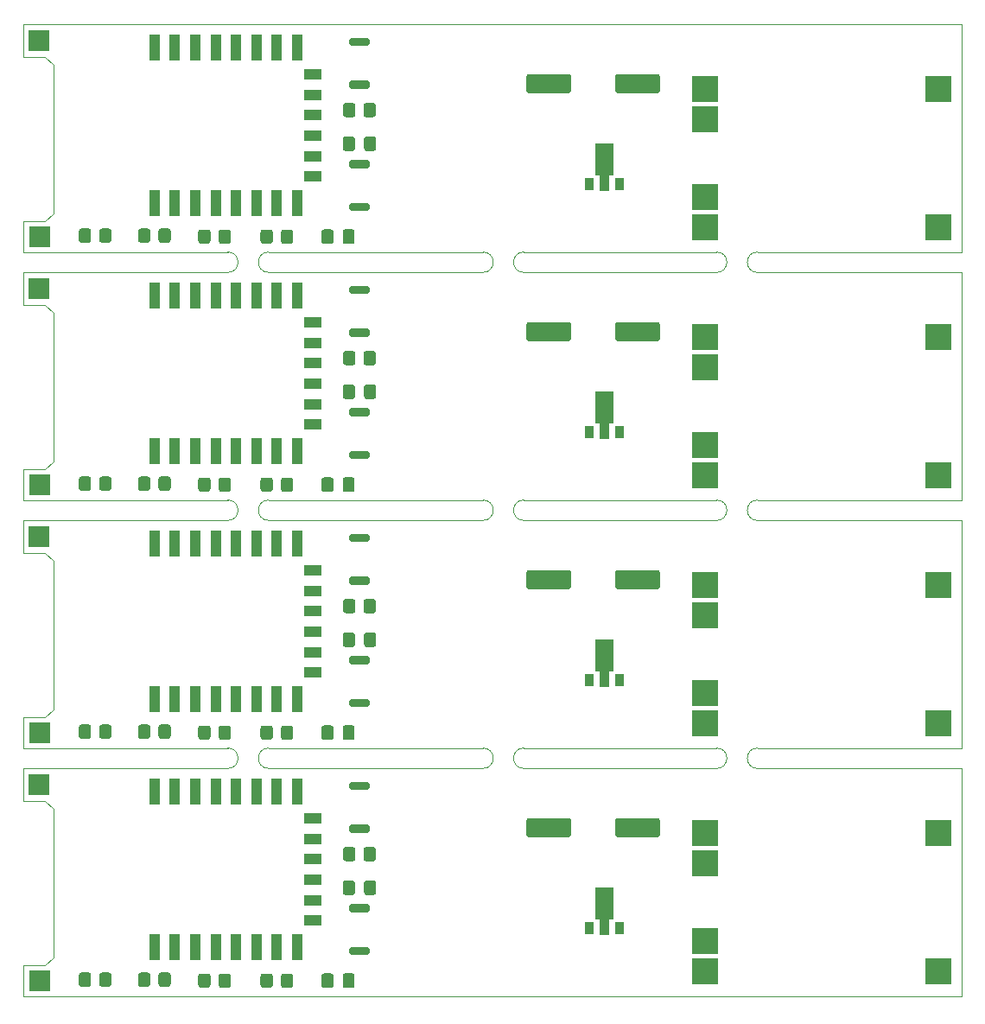
<source format=gbr>
%TF.GenerationSoftware,KiCad,Pcbnew,5.1.12-84ad8e8a86~92~ubuntu18.04.1*%
%TF.CreationDate,2021-11-12T09:30:33+01:00*%
%TF.ProjectId,window-sensor,77696e64-6f77-42d7-9365-6e736f722e6b,rev?*%
%TF.SameCoordinates,PX5dd7700PY8ec3da0*%
%TF.FileFunction,Paste,Top*%
%TF.FilePolarity,Positive*%
%FSLAX46Y46*%
G04 Gerber Fmt 4.6, Leading zero omitted, Abs format (unit mm)*
G04 Created by KiCad (PCBNEW 5.1.12-84ad8e8a86~92~ubuntu18.04.1) date 2021-11-12 09:30:33*
%MOMM*%
%LPD*%
G01*
G04 APERTURE LIST*
%TA.AperFunction,Profile*%
%ADD10C,0.050000*%
%TD*%
%ADD11R,1.000000X2.500000*%
%ADD12R,1.800000X1.000000*%
%ADD13R,2.000000X2.000000*%
%ADD14R,0.900000X1.300000*%
%ADD15C,0.100000*%
%ADD16R,2.540000X2.540000*%
G04 APERTURE END LIST*
D10*
X74900000Y1800000D02*
X78900000Y1800000D01*
X52000000Y1800000D02*
X56000000Y1800000D01*
X27000000Y1800000D02*
X31000000Y1800000D01*
X74900000Y97000000D02*
X78900000Y97000000D01*
X52000000Y97000000D02*
X56000000Y97000000D01*
X27000000Y97000000D02*
X31000000Y97000000D01*
X9100000Y20900000D02*
X9900000Y20100000D01*
X9100000Y45200000D02*
X9900000Y44400000D01*
X9100000Y69500000D02*
X9900000Y68700000D01*
X27000000Y26100000D02*
G75*
G02*
X27000000Y24100000I0J-1000000D01*
G01*
X27000000Y50400000D02*
G75*
G02*
X27000000Y48400000I0J-1000000D01*
G01*
X52000000Y26100000D02*
G75*
G02*
X52000000Y24100000I0J-1000000D01*
G01*
X52000000Y50400000D02*
G75*
G02*
X52000000Y48400000I0J-1000000D01*
G01*
X78900000Y24100000D02*
G75*
G02*
X78900000Y26100000I0J1000000D01*
G01*
X78900000Y48400000D02*
G75*
G02*
X78900000Y50400000I0J1000000D01*
G01*
X56000000Y1800000D02*
X74900000Y1800000D01*
X56000000Y26100000D02*
X74900000Y26100000D01*
X56000000Y50400000D02*
X74900000Y50400000D01*
X7000000Y4800000D02*
X7000000Y1800000D01*
X7000000Y29100000D02*
X7000000Y26100000D01*
X7000000Y53400000D02*
X7000000Y50400000D01*
X74900000Y26100000D02*
G75*
G02*
X74900000Y24100000I0J-1000000D01*
G01*
X74900000Y50400000D02*
G75*
G02*
X74900000Y48400000I0J-1000000D01*
G01*
X56000000Y24100000D02*
G75*
G02*
X56000000Y26100000I0J1000000D01*
G01*
X56000000Y48400000D02*
G75*
G02*
X56000000Y50400000I0J1000000D01*
G01*
X31000000Y1800000D02*
X52000000Y1800000D01*
X31000000Y26100000D02*
X52000000Y26100000D01*
X31000000Y50400000D02*
X52000000Y50400000D01*
X9100000Y4800000D02*
X9900000Y5600000D01*
X9100000Y29100000D02*
X9900000Y29900000D01*
X9100000Y53400000D02*
X9900000Y54200000D01*
X31000000Y24100000D02*
X52000000Y24100000D01*
X31000000Y48400000D02*
X52000000Y48400000D01*
X31000000Y72700000D02*
X52000000Y72700000D01*
X9900000Y20100000D02*
X9900000Y5600000D01*
X9900000Y44400000D02*
X9900000Y29900000D01*
X9900000Y68700000D02*
X9900000Y54200000D01*
X31000000Y24100000D02*
G75*
G02*
X31000000Y26100000I0J1000000D01*
G01*
X31000000Y48400000D02*
G75*
G02*
X31000000Y50400000I0J1000000D01*
G01*
X98900000Y24100000D02*
X78900000Y24100000D01*
X98900000Y48400000D02*
X78900000Y48400000D01*
X98900000Y72700000D02*
X78900000Y72700000D01*
X98900000Y1800000D02*
X98900000Y24100000D01*
X98900000Y26100000D02*
X98900000Y48400000D01*
X98900000Y50400000D02*
X98900000Y72700000D01*
X9100000Y4800000D02*
X7000000Y4800000D01*
X9100000Y29100000D02*
X7000000Y29100000D01*
X9100000Y53400000D02*
X7000000Y53400000D01*
X7000000Y20900000D02*
X7000000Y24100000D01*
X7000000Y45200000D02*
X7000000Y48400000D01*
X7000000Y69500000D02*
X7000000Y72700000D01*
X98900000Y1800000D02*
X78900000Y1800000D01*
X98900000Y26100000D02*
X78900000Y26100000D01*
X98900000Y50400000D02*
X78900000Y50400000D01*
X7000000Y24100000D02*
X27000000Y24100000D01*
X7000000Y48400000D02*
X27000000Y48400000D01*
X7000000Y72700000D02*
X27000000Y72700000D01*
X7000000Y20900000D02*
X9100000Y20900000D01*
X7000000Y45200000D02*
X9100000Y45200000D01*
X7000000Y69500000D02*
X9100000Y69500000D01*
X74900000Y24100000D02*
X56000000Y24100000D01*
X74900000Y48400000D02*
X56000000Y48400000D01*
X74900000Y72700000D02*
X56000000Y72700000D01*
X7000000Y1800000D02*
X27000000Y1800000D01*
X7000000Y26100000D02*
X27000000Y26100000D01*
X7000000Y50400000D02*
X27000000Y50400000D01*
X27000000Y74700000D02*
G75*
G02*
X27000000Y72700000I0J-1000000D01*
G01*
X31000000Y72700000D02*
G75*
G02*
X31000000Y74700000I0J1000000D01*
G01*
X52000000Y74700000D02*
G75*
G02*
X52000000Y72700000I0J-1000000D01*
G01*
X56000000Y72700000D02*
G75*
G02*
X56000000Y74700000I0J1000000D01*
G01*
X74900000Y74700000D02*
G75*
G02*
X74900000Y72700000I0J-1000000D01*
G01*
X78900000Y72700000D02*
G75*
G02*
X78900000Y74700000I0J1000000D01*
G01*
X98900000Y74700000D02*
X78900000Y74700000D01*
X56000000Y74700000D02*
X74900000Y74700000D01*
X31000000Y74700000D02*
X52000000Y74700000D01*
X7000000Y74700000D02*
X27000000Y74700000D01*
X74900000Y97000000D02*
X56000000Y97000000D01*
X31000000Y97000000D02*
X52000000Y97000000D01*
X98900000Y97000000D02*
X78900000Y97000000D01*
X7000000Y97000000D02*
X27000000Y97000000D01*
X98900000Y74700000D02*
X98900000Y97000000D01*
X7000000Y77700000D02*
X7000000Y74700000D01*
X7000000Y93800000D02*
X7000000Y97000000D01*
X9100000Y93800000D02*
X9900000Y93000000D01*
X9100000Y77700000D02*
X9900000Y78500000D01*
X9100000Y77700000D02*
X7000000Y77700000D01*
X9900000Y93000000D02*
X9900000Y78500000D01*
X7000000Y93800000D02*
X9100000Y93800000D01*
%TO.C,10k-4*%
G36*
G01*
X41500000Y16150001D02*
X41500000Y15249999D01*
G75*
G02*
X41250001Y15000000I-249999J0D01*
G01*
X40549999Y15000000D01*
G75*
G02*
X40300000Y15249999I0J249999D01*
G01*
X40300000Y16150001D01*
G75*
G02*
X40549999Y16400000I249999J0D01*
G01*
X41250001Y16400000D01*
G75*
G02*
X41500000Y16150001I0J-249999D01*
G01*
G37*
G36*
G01*
X39500000Y16150001D02*
X39500000Y15249999D01*
G75*
G02*
X39250001Y15000000I-249999J0D01*
G01*
X38549999Y15000000D01*
G75*
G02*
X38300000Y15249999I0J249999D01*
G01*
X38300000Y16150001D01*
G75*
G02*
X38549999Y16400000I249999J0D01*
G01*
X39250001Y16400000D01*
G75*
G02*
X39500000Y16150001I0J-249999D01*
G01*
G37*
%TD*%
%TO.C,10k-4*%
G36*
G01*
X41500000Y40450001D02*
X41500000Y39549999D01*
G75*
G02*
X41250001Y39300000I-249999J0D01*
G01*
X40549999Y39300000D01*
G75*
G02*
X40300000Y39549999I0J249999D01*
G01*
X40300000Y40450001D01*
G75*
G02*
X40549999Y40700000I249999J0D01*
G01*
X41250001Y40700000D01*
G75*
G02*
X41500000Y40450001I0J-249999D01*
G01*
G37*
G36*
G01*
X39500000Y40450001D02*
X39500000Y39549999D01*
G75*
G02*
X39250001Y39300000I-249999J0D01*
G01*
X38549999Y39300000D01*
G75*
G02*
X38300000Y39549999I0J249999D01*
G01*
X38300000Y40450001D01*
G75*
G02*
X38549999Y40700000I249999J0D01*
G01*
X39250001Y40700000D01*
G75*
G02*
X39500000Y40450001I0J-249999D01*
G01*
G37*
%TD*%
%TO.C,10k-4*%
G36*
G01*
X41500000Y64750001D02*
X41500000Y63849999D01*
G75*
G02*
X41250001Y63600000I-249999J0D01*
G01*
X40549999Y63600000D01*
G75*
G02*
X40300000Y63849999I0J249999D01*
G01*
X40300000Y64750001D01*
G75*
G02*
X40549999Y65000000I249999J0D01*
G01*
X41250001Y65000000D01*
G75*
G02*
X41500000Y64750001I0J-249999D01*
G01*
G37*
G36*
G01*
X39500000Y64750001D02*
X39500000Y63849999D01*
G75*
G02*
X39250001Y63600000I-249999J0D01*
G01*
X38549999Y63600000D01*
G75*
G02*
X38300000Y63849999I0J249999D01*
G01*
X38300000Y64750001D01*
G75*
G02*
X38549999Y65000000I249999J0D01*
G01*
X39250001Y65000000D01*
G75*
G02*
X39500000Y64750001I0J-249999D01*
G01*
G37*
%TD*%
%TO.C,100nF-1*%
G36*
G01*
X36175000Y2825000D02*
X36175000Y3775000D01*
G75*
G02*
X36425000Y4025000I250000J0D01*
G01*
X37100000Y4025000D01*
G75*
G02*
X37350000Y3775000I0J-250000D01*
G01*
X37350000Y2825000D01*
G75*
G02*
X37100000Y2575000I-250000J0D01*
G01*
X36425000Y2575000D01*
G75*
G02*
X36175000Y2825000I0J250000D01*
G01*
G37*
G36*
G01*
X38250000Y2825000D02*
X38250000Y3775000D01*
G75*
G02*
X38500000Y4025000I250000J0D01*
G01*
X39175000Y4025000D01*
G75*
G02*
X39425000Y3775000I0J-250000D01*
G01*
X39425000Y2825000D01*
G75*
G02*
X39175000Y2575000I-250000J0D01*
G01*
X38500000Y2575000D01*
G75*
G02*
X38250000Y2825000I0J250000D01*
G01*
G37*
%TD*%
%TO.C,100nF-1*%
G36*
G01*
X36175000Y27125000D02*
X36175000Y28075000D01*
G75*
G02*
X36425000Y28325000I250000J0D01*
G01*
X37100000Y28325000D01*
G75*
G02*
X37350000Y28075000I0J-250000D01*
G01*
X37350000Y27125000D01*
G75*
G02*
X37100000Y26875000I-250000J0D01*
G01*
X36425000Y26875000D01*
G75*
G02*
X36175000Y27125000I0J250000D01*
G01*
G37*
G36*
G01*
X38250000Y27125000D02*
X38250000Y28075000D01*
G75*
G02*
X38500000Y28325000I250000J0D01*
G01*
X39175000Y28325000D01*
G75*
G02*
X39425000Y28075000I0J-250000D01*
G01*
X39425000Y27125000D01*
G75*
G02*
X39175000Y26875000I-250000J0D01*
G01*
X38500000Y26875000D01*
G75*
G02*
X38250000Y27125000I0J250000D01*
G01*
G37*
%TD*%
%TO.C,100nF-1*%
G36*
G01*
X36175000Y51425000D02*
X36175000Y52375000D01*
G75*
G02*
X36425000Y52625000I250000J0D01*
G01*
X37100000Y52625000D01*
G75*
G02*
X37350000Y52375000I0J-250000D01*
G01*
X37350000Y51425000D01*
G75*
G02*
X37100000Y51175000I-250000J0D01*
G01*
X36425000Y51175000D01*
G75*
G02*
X36175000Y51425000I0J250000D01*
G01*
G37*
G36*
G01*
X38250000Y51425000D02*
X38250000Y52375000D01*
G75*
G02*
X38500000Y52625000I250000J0D01*
G01*
X39175000Y52625000D01*
G75*
G02*
X39425000Y52375000I0J-250000D01*
G01*
X39425000Y51425000D01*
G75*
G02*
X39175000Y51175000I-250000J0D01*
G01*
X38500000Y51175000D01*
G75*
G02*
X38250000Y51425000I0J250000D01*
G01*
G37*
%TD*%
%TO.C,10k-1*%
G36*
G01*
X26100000Y2849999D02*
X26100000Y3750001D01*
G75*
G02*
X26349999Y4000000I249999J0D01*
G01*
X27050001Y4000000D01*
G75*
G02*
X27300000Y3750001I0J-249999D01*
G01*
X27300000Y2849999D01*
G75*
G02*
X27050001Y2600000I-249999J0D01*
G01*
X26349999Y2600000D01*
G75*
G02*
X26100000Y2849999I0J249999D01*
G01*
G37*
G36*
G01*
X24100000Y2849999D02*
X24100000Y3750001D01*
G75*
G02*
X24349999Y4000000I249999J0D01*
G01*
X25050001Y4000000D01*
G75*
G02*
X25300000Y3750001I0J-249999D01*
G01*
X25300000Y2849999D01*
G75*
G02*
X25050001Y2600000I-249999J0D01*
G01*
X24349999Y2600000D01*
G75*
G02*
X24100000Y2849999I0J249999D01*
G01*
G37*
%TD*%
%TO.C,10k-1*%
G36*
G01*
X26100000Y27149999D02*
X26100000Y28050001D01*
G75*
G02*
X26349999Y28300000I249999J0D01*
G01*
X27050001Y28300000D01*
G75*
G02*
X27300000Y28050001I0J-249999D01*
G01*
X27300000Y27149999D01*
G75*
G02*
X27050001Y26900000I-249999J0D01*
G01*
X26349999Y26900000D01*
G75*
G02*
X26100000Y27149999I0J249999D01*
G01*
G37*
G36*
G01*
X24100000Y27149999D02*
X24100000Y28050001D01*
G75*
G02*
X24349999Y28300000I249999J0D01*
G01*
X25050001Y28300000D01*
G75*
G02*
X25300000Y28050001I0J-249999D01*
G01*
X25300000Y27149999D01*
G75*
G02*
X25050001Y26900000I-249999J0D01*
G01*
X24349999Y26900000D01*
G75*
G02*
X24100000Y27149999I0J249999D01*
G01*
G37*
%TD*%
%TO.C,10k-1*%
G36*
G01*
X26100000Y51449999D02*
X26100000Y52350001D01*
G75*
G02*
X26349999Y52600000I249999J0D01*
G01*
X27050001Y52600000D01*
G75*
G02*
X27300000Y52350001I0J-249999D01*
G01*
X27300000Y51449999D01*
G75*
G02*
X27050001Y51200000I-249999J0D01*
G01*
X26349999Y51200000D01*
G75*
G02*
X26100000Y51449999I0J249999D01*
G01*
G37*
G36*
G01*
X24100000Y51449999D02*
X24100000Y52350001D01*
G75*
G02*
X24349999Y52600000I249999J0D01*
G01*
X25050001Y52600000D01*
G75*
G02*
X25300000Y52350001I0J-249999D01*
G01*
X25300000Y51449999D01*
G75*
G02*
X25050001Y51200000I-249999J0D01*
G01*
X24349999Y51200000D01*
G75*
G02*
X24100000Y51449999I0J249999D01*
G01*
G37*
%TD*%
%TO.C,10k-2*%
G36*
G01*
X31400000Y3750001D02*
X31400000Y2849999D01*
G75*
G02*
X31150001Y2600000I-249999J0D01*
G01*
X30449999Y2600000D01*
G75*
G02*
X30200000Y2849999I0J249999D01*
G01*
X30200000Y3750001D01*
G75*
G02*
X30449999Y4000000I249999J0D01*
G01*
X31150001Y4000000D01*
G75*
G02*
X31400000Y3750001I0J-249999D01*
G01*
G37*
G36*
G01*
X33400000Y3750001D02*
X33400000Y2849999D01*
G75*
G02*
X33150001Y2600000I-249999J0D01*
G01*
X32449999Y2600000D01*
G75*
G02*
X32200000Y2849999I0J249999D01*
G01*
X32200000Y3750001D01*
G75*
G02*
X32449999Y4000000I249999J0D01*
G01*
X33150001Y4000000D01*
G75*
G02*
X33400000Y3750001I0J-249999D01*
G01*
G37*
%TD*%
%TO.C,10k-2*%
G36*
G01*
X31400000Y28050001D02*
X31400000Y27149999D01*
G75*
G02*
X31150001Y26900000I-249999J0D01*
G01*
X30449999Y26900000D01*
G75*
G02*
X30200000Y27149999I0J249999D01*
G01*
X30200000Y28050001D01*
G75*
G02*
X30449999Y28300000I249999J0D01*
G01*
X31150001Y28300000D01*
G75*
G02*
X31400000Y28050001I0J-249999D01*
G01*
G37*
G36*
G01*
X33400000Y28050001D02*
X33400000Y27149999D01*
G75*
G02*
X33150001Y26900000I-249999J0D01*
G01*
X32449999Y26900000D01*
G75*
G02*
X32200000Y27149999I0J249999D01*
G01*
X32200000Y28050001D01*
G75*
G02*
X32449999Y28300000I249999J0D01*
G01*
X33150001Y28300000D01*
G75*
G02*
X33400000Y28050001I0J-249999D01*
G01*
G37*
%TD*%
%TO.C,10k-2*%
G36*
G01*
X31400000Y52350001D02*
X31400000Y51449999D01*
G75*
G02*
X31150001Y51200000I-249999J0D01*
G01*
X30449999Y51200000D01*
G75*
G02*
X30200000Y51449999I0J249999D01*
G01*
X30200000Y52350001D01*
G75*
G02*
X30449999Y52600000I249999J0D01*
G01*
X31150001Y52600000D01*
G75*
G02*
X31400000Y52350001I0J-249999D01*
G01*
G37*
G36*
G01*
X33400000Y52350001D02*
X33400000Y51449999D01*
G75*
G02*
X33150001Y51200000I-249999J0D01*
G01*
X32449999Y51200000D01*
G75*
G02*
X32200000Y51449999I0J249999D01*
G01*
X32200000Y52350001D01*
G75*
G02*
X32449999Y52600000I249999J0D01*
G01*
X33150001Y52600000D01*
G75*
G02*
X33400000Y52350001I0J-249999D01*
G01*
G37*
%TD*%
D11*
%TO.C,ESP-12E1*%
X19800000Y6600000D03*
X21800000Y6600000D03*
X23800000Y6600000D03*
X25800000Y6600000D03*
X27800000Y6600000D03*
X29800000Y6600000D03*
X31800000Y6600000D03*
X33800000Y6600000D03*
D12*
X35300000Y9200000D03*
X35300000Y11200000D03*
X35300000Y13200000D03*
X35300000Y15200000D03*
X35300000Y17200000D03*
X35300000Y19200000D03*
D11*
X33800000Y21800000D03*
X31800000Y21800000D03*
X29800000Y21800000D03*
X27800000Y21800000D03*
X25800000Y21800000D03*
X23800000Y21800000D03*
X21800000Y21800000D03*
X19800000Y21800000D03*
%TD*%
%TO.C,ESP-12E1*%
X19800000Y30900000D03*
X21800000Y30900000D03*
X23800000Y30900000D03*
X25800000Y30900000D03*
X27800000Y30900000D03*
X29800000Y30900000D03*
X31800000Y30900000D03*
X33800000Y30900000D03*
D12*
X35300000Y33500000D03*
X35300000Y35500000D03*
X35300000Y37500000D03*
X35300000Y39500000D03*
X35300000Y41500000D03*
X35300000Y43500000D03*
D11*
X33800000Y46100000D03*
X31800000Y46100000D03*
X29800000Y46100000D03*
X27800000Y46100000D03*
X25800000Y46100000D03*
X23800000Y46100000D03*
X21800000Y46100000D03*
X19800000Y46100000D03*
%TD*%
%TO.C,ESP-12E1*%
X19800000Y55200000D03*
X21800000Y55200000D03*
X23800000Y55200000D03*
X25800000Y55200000D03*
X27800000Y55200000D03*
X29800000Y55200000D03*
X31800000Y55200000D03*
X33800000Y55200000D03*
D12*
X35300000Y57800000D03*
X35300000Y59800000D03*
X35300000Y61800000D03*
X35300000Y63800000D03*
X35300000Y65800000D03*
X35300000Y67800000D03*
D11*
X33800000Y70400000D03*
X31800000Y70400000D03*
X29800000Y70400000D03*
X27800000Y70400000D03*
X25800000Y70400000D03*
X23800000Y70400000D03*
X21800000Y70400000D03*
X19800000Y70400000D03*
%TD*%
%TO.C,10k-3*%
G36*
G01*
X21400000Y3850001D02*
X21400000Y2949999D01*
G75*
G02*
X21150001Y2700000I-249999J0D01*
G01*
X20449999Y2700000D01*
G75*
G02*
X20200000Y2949999I0J249999D01*
G01*
X20200000Y3850001D01*
G75*
G02*
X20449999Y4100000I249999J0D01*
G01*
X21150001Y4100000D01*
G75*
G02*
X21400000Y3850001I0J-249999D01*
G01*
G37*
G36*
G01*
X19400000Y3850001D02*
X19400000Y2949999D01*
G75*
G02*
X19150001Y2700000I-249999J0D01*
G01*
X18449999Y2700000D01*
G75*
G02*
X18200000Y2949999I0J249999D01*
G01*
X18200000Y3850001D01*
G75*
G02*
X18449999Y4100000I249999J0D01*
G01*
X19150001Y4100000D01*
G75*
G02*
X19400000Y3850001I0J-249999D01*
G01*
G37*
%TD*%
%TO.C,10k-3*%
G36*
G01*
X21400000Y28150001D02*
X21400000Y27249999D01*
G75*
G02*
X21150001Y27000000I-249999J0D01*
G01*
X20449999Y27000000D01*
G75*
G02*
X20200000Y27249999I0J249999D01*
G01*
X20200000Y28150001D01*
G75*
G02*
X20449999Y28400000I249999J0D01*
G01*
X21150001Y28400000D01*
G75*
G02*
X21400000Y28150001I0J-249999D01*
G01*
G37*
G36*
G01*
X19400000Y28150001D02*
X19400000Y27249999D01*
G75*
G02*
X19150001Y27000000I-249999J0D01*
G01*
X18449999Y27000000D01*
G75*
G02*
X18200000Y27249999I0J249999D01*
G01*
X18200000Y28150001D01*
G75*
G02*
X18449999Y28400000I249999J0D01*
G01*
X19150001Y28400000D01*
G75*
G02*
X19400000Y28150001I0J-249999D01*
G01*
G37*
%TD*%
%TO.C,10k-3*%
G36*
G01*
X21400000Y52450001D02*
X21400000Y51549999D01*
G75*
G02*
X21150001Y51300000I-249999J0D01*
G01*
X20449999Y51300000D01*
G75*
G02*
X20200000Y51549999I0J249999D01*
G01*
X20200000Y52450001D01*
G75*
G02*
X20449999Y52700000I249999J0D01*
G01*
X21150001Y52700000D01*
G75*
G02*
X21400000Y52450001I0J-249999D01*
G01*
G37*
G36*
G01*
X19400000Y52450001D02*
X19400000Y51549999D01*
G75*
G02*
X19150001Y51300000I-249999J0D01*
G01*
X18449999Y51300000D01*
G75*
G02*
X18200000Y51549999I0J249999D01*
G01*
X18200000Y52450001D01*
G75*
G02*
X18449999Y52700000I249999J0D01*
G01*
X19150001Y52700000D01*
G75*
G02*
X19400000Y52450001I0J-249999D01*
G01*
G37*
%TD*%
D13*
%TO.C,REED1*%
X8500000Y22520000D03*
X8600000Y3300000D03*
%TD*%
%TO.C,REED1*%
X8500000Y46820000D03*
X8600000Y27600000D03*
%TD*%
%TO.C,REED1*%
X8500000Y71120000D03*
X8600000Y51900000D03*
%TD*%
D14*
%TO.C,HT7333*%
X62400000Y8450000D03*
X65400000Y8450000D03*
D15*
G36*
X64766500Y12400000D02*
G01*
X64766500Y9275000D01*
X64350000Y9275000D01*
X64350000Y7800000D01*
X63450000Y7800000D01*
X63450000Y9275000D01*
X63033500Y9275000D01*
X63033500Y12400000D01*
X64766500Y12400000D01*
G37*
%TD*%
D14*
%TO.C,HT7333*%
X62400000Y32750000D03*
X65400000Y32750000D03*
D15*
G36*
X64766500Y36700000D02*
G01*
X64766500Y33575000D01*
X64350000Y33575000D01*
X64350000Y32100000D01*
X63450000Y32100000D01*
X63450000Y33575000D01*
X63033500Y33575000D01*
X63033500Y36700000D01*
X64766500Y36700000D01*
G37*
%TD*%
D14*
%TO.C,HT7333*%
X62400000Y57050000D03*
X65400000Y57050000D03*
D15*
G36*
X64766500Y61000000D02*
G01*
X64766500Y57875000D01*
X64350000Y57875000D01*
X64350000Y56400000D01*
X63450000Y56400000D01*
X63450000Y57875000D01*
X63033500Y57875000D01*
X63033500Y61000000D01*
X64766500Y61000000D01*
G37*
%TD*%
%TO.C,1M-1*%
G36*
G01*
X14400000Y2949999D02*
X14400000Y3850001D01*
G75*
G02*
X14649999Y4100000I249999J0D01*
G01*
X15350001Y4100000D01*
G75*
G02*
X15600000Y3850001I0J-249999D01*
G01*
X15600000Y2949999D01*
G75*
G02*
X15350001Y2700000I-249999J0D01*
G01*
X14649999Y2700000D01*
G75*
G02*
X14400000Y2949999I0J249999D01*
G01*
G37*
G36*
G01*
X12400000Y2949999D02*
X12400000Y3850001D01*
G75*
G02*
X12649999Y4100000I249999J0D01*
G01*
X13350001Y4100000D01*
G75*
G02*
X13600000Y3850001I0J-249999D01*
G01*
X13600000Y2949999D01*
G75*
G02*
X13350001Y2700000I-249999J0D01*
G01*
X12649999Y2700000D01*
G75*
G02*
X12400000Y2949999I0J249999D01*
G01*
G37*
%TD*%
%TO.C,1M-1*%
G36*
G01*
X14400000Y27249999D02*
X14400000Y28150001D01*
G75*
G02*
X14649999Y28400000I249999J0D01*
G01*
X15350001Y28400000D01*
G75*
G02*
X15600000Y28150001I0J-249999D01*
G01*
X15600000Y27249999D01*
G75*
G02*
X15350001Y27000000I-249999J0D01*
G01*
X14649999Y27000000D01*
G75*
G02*
X14400000Y27249999I0J249999D01*
G01*
G37*
G36*
G01*
X12400000Y27249999D02*
X12400000Y28150001D01*
G75*
G02*
X12649999Y28400000I249999J0D01*
G01*
X13350001Y28400000D01*
G75*
G02*
X13600000Y28150001I0J-249999D01*
G01*
X13600000Y27249999D01*
G75*
G02*
X13350001Y27000000I-249999J0D01*
G01*
X12649999Y27000000D01*
G75*
G02*
X12400000Y27249999I0J249999D01*
G01*
G37*
%TD*%
%TO.C,1M-1*%
G36*
G01*
X14400000Y51549999D02*
X14400000Y52450001D01*
G75*
G02*
X14649999Y52700000I249999J0D01*
G01*
X15350001Y52700000D01*
G75*
G02*
X15600000Y52450001I0J-249999D01*
G01*
X15600000Y51549999D01*
G75*
G02*
X15350001Y51300000I-249999J0D01*
G01*
X14649999Y51300000D01*
G75*
G02*
X14400000Y51549999I0J249999D01*
G01*
G37*
G36*
G01*
X12400000Y51549999D02*
X12400000Y52450001D01*
G75*
G02*
X12649999Y52700000I249999J0D01*
G01*
X13350001Y52700000D01*
G75*
G02*
X13600000Y52450001I0J-249999D01*
G01*
X13600000Y51549999D01*
G75*
G02*
X13350001Y51300000I-249999J0D01*
G01*
X12649999Y51300000D01*
G75*
G02*
X12400000Y51549999I0J249999D01*
G01*
G37*
%TD*%
%TO.C,FLASH1*%
G36*
G01*
X40700000Y10000000D02*
X39100000Y10000000D01*
G75*
G02*
X38900000Y10200000I0J200000D01*
G01*
X38900000Y10600000D01*
G75*
G02*
X39100000Y10800000I200000J0D01*
G01*
X40700000Y10800000D01*
G75*
G02*
X40900000Y10600000I0J-200000D01*
G01*
X40900000Y10200000D01*
G75*
G02*
X40700000Y10000000I-200000J0D01*
G01*
G37*
G36*
G01*
X40700000Y5800000D02*
X39100000Y5800000D01*
G75*
G02*
X38900000Y6000000I0J200000D01*
G01*
X38900000Y6400000D01*
G75*
G02*
X39100000Y6600000I200000J0D01*
G01*
X40700000Y6600000D01*
G75*
G02*
X40900000Y6400000I0J-200000D01*
G01*
X40900000Y6000000D01*
G75*
G02*
X40700000Y5800000I-200000J0D01*
G01*
G37*
%TD*%
%TO.C,FLASH1*%
G36*
G01*
X40700000Y34300000D02*
X39100000Y34300000D01*
G75*
G02*
X38900000Y34500000I0J200000D01*
G01*
X38900000Y34900000D01*
G75*
G02*
X39100000Y35100000I200000J0D01*
G01*
X40700000Y35100000D01*
G75*
G02*
X40900000Y34900000I0J-200000D01*
G01*
X40900000Y34500000D01*
G75*
G02*
X40700000Y34300000I-200000J0D01*
G01*
G37*
G36*
G01*
X40700000Y30100000D02*
X39100000Y30100000D01*
G75*
G02*
X38900000Y30300000I0J200000D01*
G01*
X38900000Y30700000D01*
G75*
G02*
X39100000Y30900000I200000J0D01*
G01*
X40700000Y30900000D01*
G75*
G02*
X40900000Y30700000I0J-200000D01*
G01*
X40900000Y30300000D01*
G75*
G02*
X40700000Y30100000I-200000J0D01*
G01*
G37*
%TD*%
%TO.C,FLASH1*%
G36*
G01*
X40700000Y58600000D02*
X39100000Y58600000D01*
G75*
G02*
X38900000Y58800000I0J200000D01*
G01*
X38900000Y59200000D01*
G75*
G02*
X39100000Y59400000I200000J0D01*
G01*
X40700000Y59400000D01*
G75*
G02*
X40900000Y59200000I0J-200000D01*
G01*
X40900000Y58800000D01*
G75*
G02*
X40700000Y58600000I-200000J0D01*
G01*
G37*
G36*
G01*
X40700000Y54400000D02*
X39100000Y54400000D01*
G75*
G02*
X38900000Y54600000I0J200000D01*
G01*
X38900000Y55000000D01*
G75*
G02*
X39100000Y55200000I200000J0D01*
G01*
X40700000Y55200000D01*
G75*
G02*
X40900000Y55000000I0J-200000D01*
G01*
X40900000Y54600000D01*
G75*
G02*
X40700000Y54400000I-200000J0D01*
G01*
G37*
%TD*%
D16*
%TO.C,TP4056*%
X73800000Y17800000D03*
X73800000Y14800000D03*
X73800000Y7200000D03*
X73800000Y4200000D03*
X96600000Y17800000D03*
X96600000Y4200000D03*
%TD*%
%TO.C,TP4056*%
X73800000Y42100000D03*
X73800000Y39100000D03*
X73800000Y31500000D03*
X73800000Y28500000D03*
X96600000Y42100000D03*
X96600000Y28500000D03*
%TD*%
%TO.C,TP4056*%
X73800000Y66400000D03*
X73800000Y63400000D03*
X73800000Y55800000D03*
X73800000Y52800000D03*
X96600000Y66400000D03*
X96600000Y52800000D03*
%TD*%
%TO.C,RESET1*%
G36*
G01*
X40700000Y22000000D02*
X39100000Y22000000D01*
G75*
G02*
X38900000Y22200000I0J200000D01*
G01*
X38900000Y22600000D01*
G75*
G02*
X39100000Y22800000I200000J0D01*
G01*
X40700000Y22800000D01*
G75*
G02*
X40900000Y22600000I0J-200000D01*
G01*
X40900000Y22200000D01*
G75*
G02*
X40700000Y22000000I-200000J0D01*
G01*
G37*
G36*
G01*
X40700000Y17800000D02*
X39100000Y17800000D01*
G75*
G02*
X38900000Y18000000I0J200000D01*
G01*
X38900000Y18400000D01*
G75*
G02*
X39100000Y18600000I200000J0D01*
G01*
X40700000Y18600000D01*
G75*
G02*
X40900000Y18400000I0J-200000D01*
G01*
X40900000Y18000000D01*
G75*
G02*
X40700000Y17800000I-200000J0D01*
G01*
G37*
%TD*%
%TO.C,RESET1*%
G36*
G01*
X40700000Y46300000D02*
X39100000Y46300000D01*
G75*
G02*
X38900000Y46500000I0J200000D01*
G01*
X38900000Y46900000D01*
G75*
G02*
X39100000Y47100000I200000J0D01*
G01*
X40700000Y47100000D01*
G75*
G02*
X40900000Y46900000I0J-200000D01*
G01*
X40900000Y46500000D01*
G75*
G02*
X40700000Y46300000I-200000J0D01*
G01*
G37*
G36*
G01*
X40700000Y42100000D02*
X39100000Y42100000D01*
G75*
G02*
X38900000Y42300000I0J200000D01*
G01*
X38900000Y42700000D01*
G75*
G02*
X39100000Y42900000I200000J0D01*
G01*
X40700000Y42900000D01*
G75*
G02*
X40900000Y42700000I0J-200000D01*
G01*
X40900000Y42300000D01*
G75*
G02*
X40700000Y42100000I-200000J0D01*
G01*
G37*
%TD*%
%TO.C,RESET1*%
G36*
G01*
X40700000Y70600000D02*
X39100000Y70600000D01*
G75*
G02*
X38900000Y70800000I0J200000D01*
G01*
X38900000Y71200000D01*
G75*
G02*
X39100000Y71400000I200000J0D01*
G01*
X40700000Y71400000D01*
G75*
G02*
X40900000Y71200000I0J-200000D01*
G01*
X40900000Y70800000D01*
G75*
G02*
X40700000Y70600000I-200000J0D01*
G01*
G37*
G36*
G01*
X40700000Y66400000D02*
X39100000Y66400000D01*
G75*
G02*
X38900000Y66600000I0J200000D01*
G01*
X38900000Y67000000D01*
G75*
G02*
X39100000Y67200000I200000J0D01*
G01*
X40700000Y67200000D01*
G75*
G02*
X40900000Y67000000I0J-200000D01*
G01*
X40900000Y66600000D01*
G75*
G02*
X40700000Y66400000I-200000J0D01*
G01*
G37*
%TD*%
%TO.C,1000uF-1*%
G36*
G01*
X69350000Y19000003D02*
X69350000Y17599997D01*
G75*
G02*
X69100003Y17350000I-249997J0D01*
G01*
X65199997Y17350000D01*
G75*
G02*
X64950000Y17599997I0J249997D01*
G01*
X64950000Y19000003D01*
G75*
G02*
X65199997Y19250000I249997J0D01*
G01*
X69100003Y19250000D01*
G75*
G02*
X69350000Y19000003I0J-249997D01*
G01*
G37*
G36*
G01*
X60650000Y19000003D02*
X60650000Y17599997D01*
G75*
G02*
X60400003Y17350000I-249997J0D01*
G01*
X56499997Y17350000D01*
G75*
G02*
X56250000Y17599997I0J249997D01*
G01*
X56250000Y19000003D01*
G75*
G02*
X56499997Y19250000I249997J0D01*
G01*
X60400003Y19250000D01*
G75*
G02*
X60650000Y19000003I0J-249997D01*
G01*
G37*
%TD*%
%TO.C,1000uF-1*%
G36*
G01*
X69350000Y43300003D02*
X69350000Y41899997D01*
G75*
G02*
X69100003Y41650000I-249997J0D01*
G01*
X65199997Y41650000D01*
G75*
G02*
X64950000Y41899997I0J249997D01*
G01*
X64950000Y43300003D01*
G75*
G02*
X65199997Y43550000I249997J0D01*
G01*
X69100003Y43550000D01*
G75*
G02*
X69350000Y43300003I0J-249997D01*
G01*
G37*
G36*
G01*
X60650000Y43300003D02*
X60650000Y41899997D01*
G75*
G02*
X60400003Y41650000I-249997J0D01*
G01*
X56499997Y41650000D01*
G75*
G02*
X56250000Y41899997I0J249997D01*
G01*
X56250000Y43300003D01*
G75*
G02*
X56499997Y43550000I249997J0D01*
G01*
X60400003Y43550000D01*
G75*
G02*
X60650000Y43300003I0J-249997D01*
G01*
G37*
%TD*%
%TO.C,1000uF-1*%
G36*
G01*
X69350000Y67600003D02*
X69350000Y66199997D01*
G75*
G02*
X69100003Y65950000I-249997J0D01*
G01*
X65199997Y65950000D01*
G75*
G02*
X64950000Y66199997I0J249997D01*
G01*
X64950000Y67600003D01*
G75*
G02*
X65199997Y67850000I249997J0D01*
G01*
X69100003Y67850000D01*
G75*
G02*
X69350000Y67600003I0J-249997D01*
G01*
G37*
G36*
G01*
X60650000Y67600003D02*
X60650000Y66199997D01*
G75*
G02*
X60400003Y65950000I-249997J0D01*
G01*
X56499997Y65950000D01*
G75*
G02*
X56250000Y66199997I0J249997D01*
G01*
X56250000Y67600003D01*
G75*
G02*
X56499997Y67850000I249997J0D01*
G01*
X60400003Y67850000D01*
G75*
G02*
X60650000Y67600003I0J-249997D01*
G01*
G37*
%TD*%
%TO.C,100nF-2*%
G36*
G01*
X40350000Y11925000D02*
X40350000Y12875000D01*
G75*
G02*
X40600000Y13125000I250000J0D01*
G01*
X41275000Y13125000D01*
G75*
G02*
X41525000Y12875000I0J-250000D01*
G01*
X41525000Y11925000D01*
G75*
G02*
X41275000Y11675000I-250000J0D01*
G01*
X40600000Y11675000D01*
G75*
G02*
X40350000Y11925000I0J250000D01*
G01*
G37*
G36*
G01*
X38275000Y11925000D02*
X38275000Y12875000D01*
G75*
G02*
X38525000Y13125000I250000J0D01*
G01*
X39200000Y13125000D01*
G75*
G02*
X39450000Y12875000I0J-250000D01*
G01*
X39450000Y11925000D01*
G75*
G02*
X39200000Y11675000I-250000J0D01*
G01*
X38525000Y11675000D01*
G75*
G02*
X38275000Y11925000I0J250000D01*
G01*
G37*
%TD*%
%TO.C,100nF-2*%
G36*
G01*
X40350000Y36225000D02*
X40350000Y37175000D01*
G75*
G02*
X40600000Y37425000I250000J0D01*
G01*
X41275000Y37425000D01*
G75*
G02*
X41525000Y37175000I0J-250000D01*
G01*
X41525000Y36225000D01*
G75*
G02*
X41275000Y35975000I-250000J0D01*
G01*
X40600000Y35975000D01*
G75*
G02*
X40350000Y36225000I0J250000D01*
G01*
G37*
G36*
G01*
X38275000Y36225000D02*
X38275000Y37175000D01*
G75*
G02*
X38525000Y37425000I250000J0D01*
G01*
X39200000Y37425000D01*
G75*
G02*
X39450000Y37175000I0J-250000D01*
G01*
X39450000Y36225000D01*
G75*
G02*
X39200000Y35975000I-250000J0D01*
G01*
X38525000Y35975000D01*
G75*
G02*
X38275000Y36225000I0J250000D01*
G01*
G37*
%TD*%
%TO.C,100nF-2*%
G36*
G01*
X40350000Y60525000D02*
X40350000Y61475000D01*
G75*
G02*
X40600000Y61725000I250000J0D01*
G01*
X41275000Y61725000D01*
G75*
G02*
X41525000Y61475000I0J-250000D01*
G01*
X41525000Y60525000D01*
G75*
G02*
X41275000Y60275000I-250000J0D01*
G01*
X40600000Y60275000D01*
G75*
G02*
X40350000Y60525000I0J250000D01*
G01*
G37*
G36*
G01*
X38275000Y60525000D02*
X38275000Y61475000D01*
G75*
G02*
X38525000Y61725000I250000J0D01*
G01*
X39200000Y61725000D01*
G75*
G02*
X39450000Y61475000I0J-250000D01*
G01*
X39450000Y60525000D01*
G75*
G02*
X39200000Y60275000I-250000J0D01*
G01*
X38525000Y60275000D01*
G75*
G02*
X38275000Y60525000I0J250000D01*
G01*
G37*
%TD*%
%TO.C,TP4056*%
X96600000Y77100000D03*
X96600000Y90700000D03*
X73800000Y77100000D03*
X73800000Y80100000D03*
X73800000Y87700000D03*
X73800000Y90700000D03*
%TD*%
%TO.C,100nF-1*%
G36*
G01*
X38250000Y75725000D02*
X38250000Y76675000D01*
G75*
G02*
X38500000Y76925000I250000J0D01*
G01*
X39175000Y76925000D01*
G75*
G02*
X39425000Y76675000I0J-250000D01*
G01*
X39425000Y75725000D01*
G75*
G02*
X39175000Y75475000I-250000J0D01*
G01*
X38500000Y75475000D01*
G75*
G02*
X38250000Y75725000I0J250000D01*
G01*
G37*
G36*
G01*
X36175000Y75725000D02*
X36175000Y76675000D01*
G75*
G02*
X36425000Y76925000I250000J0D01*
G01*
X37100000Y76925000D01*
G75*
G02*
X37350000Y76675000I0J-250000D01*
G01*
X37350000Y75725000D01*
G75*
G02*
X37100000Y75475000I-250000J0D01*
G01*
X36425000Y75475000D01*
G75*
G02*
X36175000Y75725000I0J250000D01*
G01*
G37*
%TD*%
D11*
%TO.C,ESP-12E1*%
X19800000Y94700000D03*
X21800000Y94700000D03*
X23800000Y94700000D03*
X25800000Y94700000D03*
X27800000Y94700000D03*
X29800000Y94700000D03*
X31800000Y94700000D03*
X33800000Y94700000D03*
D12*
X35300000Y92100000D03*
X35300000Y90100000D03*
X35300000Y88100000D03*
X35300000Y86100000D03*
X35300000Y84100000D03*
X35300000Y82100000D03*
D11*
X33800000Y79500000D03*
X31800000Y79500000D03*
X29800000Y79500000D03*
X27800000Y79500000D03*
X25800000Y79500000D03*
X23800000Y79500000D03*
X21800000Y79500000D03*
X19800000Y79500000D03*
%TD*%
%TO.C,10k-3*%
G36*
G01*
X19400000Y76750001D02*
X19400000Y75849999D01*
G75*
G02*
X19150001Y75600000I-249999J0D01*
G01*
X18449999Y75600000D01*
G75*
G02*
X18200000Y75849999I0J249999D01*
G01*
X18200000Y76750001D01*
G75*
G02*
X18449999Y77000000I249999J0D01*
G01*
X19150001Y77000000D01*
G75*
G02*
X19400000Y76750001I0J-249999D01*
G01*
G37*
G36*
G01*
X21400000Y76750001D02*
X21400000Y75849999D01*
G75*
G02*
X21150001Y75600000I-249999J0D01*
G01*
X20449999Y75600000D01*
G75*
G02*
X20200000Y75849999I0J249999D01*
G01*
X20200000Y76750001D01*
G75*
G02*
X20449999Y77000000I249999J0D01*
G01*
X21150001Y77000000D01*
G75*
G02*
X21400000Y76750001I0J-249999D01*
G01*
G37*
%TD*%
%TO.C,FLASH1*%
G36*
G01*
X40700000Y78700000D02*
X39100000Y78700000D01*
G75*
G02*
X38900000Y78900000I0J200000D01*
G01*
X38900000Y79300000D01*
G75*
G02*
X39100000Y79500000I200000J0D01*
G01*
X40700000Y79500000D01*
G75*
G02*
X40900000Y79300000I0J-200000D01*
G01*
X40900000Y78900000D01*
G75*
G02*
X40700000Y78700000I-200000J0D01*
G01*
G37*
G36*
G01*
X40700000Y82900000D02*
X39100000Y82900000D01*
G75*
G02*
X38900000Y83100000I0J200000D01*
G01*
X38900000Y83500000D01*
G75*
G02*
X39100000Y83700000I200000J0D01*
G01*
X40700000Y83700000D01*
G75*
G02*
X40900000Y83500000I0J-200000D01*
G01*
X40900000Y83100000D01*
G75*
G02*
X40700000Y82900000I-200000J0D01*
G01*
G37*
%TD*%
%TO.C,RESET1*%
G36*
G01*
X40700000Y90700000D02*
X39100000Y90700000D01*
G75*
G02*
X38900000Y90900000I0J200000D01*
G01*
X38900000Y91300000D01*
G75*
G02*
X39100000Y91500000I200000J0D01*
G01*
X40700000Y91500000D01*
G75*
G02*
X40900000Y91300000I0J-200000D01*
G01*
X40900000Y90900000D01*
G75*
G02*
X40700000Y90700000I-200000J0D01*
G01*
G37*
G36*
G01*
X40700000Y94900000D02*
X39100000Y94900000D01*
G75*
G02*
X38900000Y95100000I0J200000D01*
G01*
X38900000Y95500000D01*
G75*
G02*
X39100000Y95700000I200000J0D01*
G01*
X40700000Y95700000D01*
G75*
G02*
X40900000Y95500000I0J-200000D01*
G01*
X40900000Y95100000D01*
G75*
G02*
X40700000Y94900000I-200000J0D01*
G01*
G37*
%TD*%
D13*
%TO.C,REED1*%
X8600000Y76200000D03*
X8500000Y95420000D03*
%TD*%
%TO.C,10k-2*%
G36*
G01*
X33400000Y76650001D02*
X33400000Y75749999D01*
G75*
G02*
X33150001Y75500000I-249999J0D01*
G01*
X32449999Y75500000D01*
G75*
G02*
X32200000Y75749999I0J249999D01*
G01*
X32200000Y76650001D01*
G75*
G02*
X32449999Y76900000I249999J0D01*
G01*
X33150001Y76900000D01*
G75*
G02*
X33400000Y76650001I0J-249999D01*
G01*
G37*
G36*
G01*
X31400000Y76650001D02*
X31400000Y75749999D01*
G75*
G02*
X31150001Y75500000I-249999J0D01*
G01*
X30449999Y75500000D01*
G75*
G02*
X30200000Y75749999I0J249999D01*
G01*
X30200000Y76650001D01*
G75*
G02*
X30449999Y76900000I249999J0D01*
G01*
X31150001Y76900000D01*
G75*
G02*
X31400000Y76650001I0J-249999D01*
G01*
G37*
%TD*%
%TO.C,10k-1*%
G36*
G01*
X24100000Y75749999D02*
X24100000Y76650001D01*
G75*
G02*
X24349999Y76900000I249999J0D01*
G01*
X25050001Y76900000D01*
G75*
G02*
X25300000Y76650001I0J-249999D01*
G01*
X25300000Y75749999D01*
G75*
G02*
X25050001Y75500000I-249999J0D01*
G01*
X24349999Y75500000D01*
G75*
G02*
X24100000Y75749999I0J249999D01*
G01*
G37*
G36*
G01*
X26100000Y75749999D02*
X26100000Y76650001D01*
G75*
G02*
X26349999Y76900000I249999J0D01*
G01*
X27050001Y76900000D01*
G75*
G02*
X27300000Y76650001I0J-249999D01*
G01*
X27300000Y75749999D01*
G75*
G02*
X27050001Y75500000I-249999J0D01*
G01*
X26349999Y75500000D01*
G75*
G02*
X26100000Y75749999I0J249999D01*
G01*
G37*
%TD*%
%TO.C,1M-1*%
G36*
G01*
X12400000Y75849999D02*
X12400000Y76750001D01*
G75*
G02*
X12649999Y77000000I249999J0D01*
G01*
X13350001Y77000000D01*
G75*
G02*
X13600000Y76750001I0J-249999D01*
G01*
X13600000Y75849999D01*
G75*
G02*
X13350001Y75600000I-249999J0D01*
G01*
X12649999Y75600000D01*
G75*
G02*
X12400000Y75849999I0J249999D01*
G01*
G37*
G36*
G01*
X14400000Y75849999D02*
X14400000Y76750001D01*
G75*
G02*
X14649999Y77000000I249999J0D01*
G01*
X15350001Y77000000D01*
G75*
G02*
X15600000Y76750001I0J-249999D01*
G01*
X15600000Y75849999D01*
G75*
G02*
X15350001Y75600000I-249999J0D01*
G01*
X14649999Y75600000D01*
G75*
G02*
X14400000Y75849999I0J249999D01*
G01*
G37*
%TD*%
D15*
%TO.C,HT7333*%
G36*
X64766500Y85300000D02*
G01*
X64766500Y82175000D01*
X64350000Y82175000D01*
X64350000Y80700000D01*
X63450000Y80700000D01*
X63450000Y82175000D01*
X63033500Y82175000D01*
X63033500Y85300000D01*
X64766500Y85300000D01*
G37*
D14*
X65400000Y81350000D03*
X62400000Y81350000D03*
%TD*%
%TO.C,10k-4*%
G36*
G01*
X39500000Y89050001D02*
X39500000Y88149999D01*
G75*
G02*
X39250001Y87900000I-249999J0D01*
G01*
X38549999Y87900000D01*
G75*
G02*
X38300000Y88149999I0J249999D01*
G01*
X38300000Y89050001D01*
G75*
G02*
X38549999Y89300000I249999J0D01*
G01*
X39250001Y89300000D01*
G75*
G02*
X39500000Y89050001I0J-249999D01*
G01*
G37*
G36*
G01*
X41500000Y89050001D02*
X41500000Y88149999D01*
G75*
G02*
X41250001Y87900000I-249999J0D01*
G01*
X40549999Y87900000D01*
G75*
G02*
X40300000Y88149999I0J249999D01*
G01*
X40300000Y89050001D01*
G75*
G02*
X40549999Y89300000I249999J0D01*
G01*
X41250001Y89300000D01*
G75*
G02*
X41500000Y89050001I0J-249999D01*
G01*
G37*
%TD*%
%TO.C,100nF-2*%
G36*
G01*
X38275000Y84825000D02*
X38275000Y85775000D01*
G75*
G02*
X38525000Y86025000I250000J0D01*
G01*
X39200000Y86025000D01*
G75*
G02*
X39450000Y85775000I0J-250000D01*
G01*
X39450000Y84825000D01*
G75*
G02*
X39200000Y84575000I-250000J0D01*
G01*
X38525000Y84575000D01*
G75*
G02*
X38275000Y84825000I0J250000D01*
G01*
G37*
G36*
G01*
X40350000Y84825000D02*
X40350000Y85775000D01*
G75*
G02*
X40600000Y86025000I250000J0D01*
G01*
X41275000Y86025000D01*
G75*
G02*
X41525000Y85775000I0J-250000D01*
G01*
X41525000Y84825000D01*
G75*
G02*
X41275000Y84575000I-250000J0D01*
G01*
X40600000Y84575000D01*
G75*
G02*
X40350000Y84825000I0J250000D01*
G01*
G37*
%TD*%
%TO.C,1000uF-1*%
G36*
G01*
X60650000Y91900003D02*
X60650000Y90499997D01*
G75*
G02*
X60400003Y90250000I-249997J0D01*
G01*
X56499997Y90250000D01*
G75*
G02*
X56250000Y90499997I0J249997D01*
G01*
X56250000Y91900003D01*
G75*
G02*
X56499997Y92150000I249997J0D01*
G01*
X60400003Y92150000D01*
G75*
G02*
X60650000Y91900003I0J-249997D01*
G01*
G37*
G36*
G01*
X69350000Y91900003D02*
X69350000Y90499997D01*
G75*
G02*
X69100003Y90250000I-249997J0D01*
G01*
X65199997Y90250000D01*
G75*
G02*
X64950000Y90499997I0J249997D01*
G01*
X64950000Y91900003D01*
G75*
G02*
X65199997Y92150000I249997J0D01*
G01*
X69100003Y92150000D01*
G75*
G02*
X69350000Y91900003I0J-249997D01*
G01*
G37*
%TD*%
M02*

</source>
